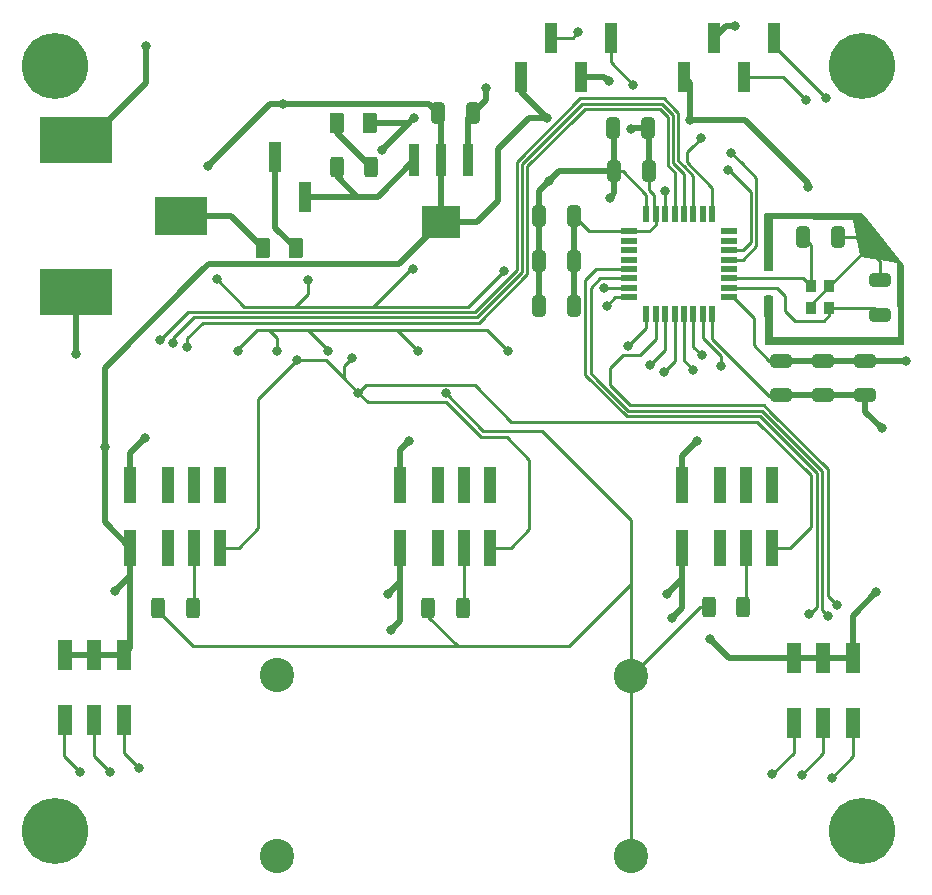
<source format=gbr>
%TF.GenerationSoftware,KiCad,Pcbnew,(6.0.7)*%
%TF.CreationDate,2023-04-05T20:56:44+02:00*%
%TF.ProjectId,rlc_meter,726c635f-6d65-4746-9572-2e6b69636164,rev?*%
%TF.SameCoordinates,Original*%
%TF.FileFunction,Copper,L1,Top*%
%TF.FilePolarity,Positive*%
%FSLAX46Y46*%
G04 Gerber Fmt 4.6, Leading zero omitted, Abs format (unit mm)*
G04 Created by KiCad (PCBNEW (6.0.7)) date 2023-04-05 20:56:44*
%MOMM*%
%LPD*%
G01*
G04 APERTURE LIST*
G04 Aperture macros list*
%AMRoundRect*
0 Rectangle with rounded corners*
0 $1 Rounding radius*
0 $2 $3 $4 $5 $6 $7 $8 $9 X,Y pos of 4 corners*
0 Add a 4 corners polygon primitive as box body*
4,1,4,$2,$3,$4,$5,$6,$7,$8,$9,$2,$3,0*
0 Add four circle primitives for the rounded corners*
1,1,$1+$1,$2,$3*
1,1,$1+$1,$4,$5*
1,1,$1+$1,$6,$7*
1,1,$1+$1,$8,$9*
0 Add four rect primitives between the rounded corners*
20,1,$1+$1,$2,$3,$4,$5,0*
20,1,$1+$1,$4,$5,$6,$7,0*
20,1,$1+$1,$6,$7,$8,$9,0*
20,1,$1+$1,$8,$9,$2,$3,0*%
G04 Aperture macros list end*
%TA.AperFunction,SMDPad,CuDef*%
%ADD10R,1.200000X2.500000*%
%TD*%
%TA.AperFunction,SMDPad,CuDef*%
%ADD11R,1.110000X3.100000*%
%TD*%
%TA.AperFunction,ComponentPad*%
%ADD12C,2.910000*%
%TD*%
%TA.AperFunction,SMDPad,CuDef*%
%ADD13R,4.400000X3.300000*%
%TD*%
%TA.AperFunction,SMDPad,CuDef*%
%ADD14R,6.200000X3.900000*%
%TD*%
%TA.AperFunction,SMDPad,CuDef*%
%ADD15R,0.950000X2.750000*%
%TD*%
%TA.AperFunction,SMDPad,CuDef*%
%ADD16R,3.250000X2.750000*%
%TD*%
%TA.AperFunction,SMDPad,CuDef*%
%ADD17R,1.475000X0.600000*%
%TD*%
%TA.AperFunction,SMDPad,CuDef*%
%ADD18R,0.600000X1.475000*%
%TD*%
%TA.AperFunction,ComponentPad*%
%ADD19C,5.600000*%
%TD*%
%TA.AperFunction,SMDPad,CuDef*%
%ADD20RoundRect,0.250000X-0.312500X-0.625000X0.312500X-0.625000X0.312500X0.625000X-0.312500X0.625000X0*%
%TD*%
%TA.AperFunction,SMDPad,CuDef*%
%ADD21RoundRect,0.250000X0.325000X0.650000X-0.325000X0.650000X-0.325000X-0.650000X0.325000X-0.650000X0*%
%TD*%
%TA.AperFunction,SMDPad,CuDef*%
%ADD22RoundRect,0.250000X0.312500X0.625000X-0.312500X0.625000X-0.312500X-0.625000X0.312500X-0.625000X0*%
%TD*%
%TA.AperFunction,SMDPad,CuDef*%
%ADD23RoundRect,0.250000X0.375000X0.625000X-0.375000X0.625000X-0.375000X-0.625000X0.375000X-0.625000X0*%
%TD*%
%TA.AperFunction,SMDPad,CuDef*%
%ADD24R,0.950000X1.000000*%
%TD*%
%TA.AperFunction,SMDPad,CuDef*%
%ADD25RoundRect,0.250000X-0.650000X0.325000X-0.650000X-0.325000X0.650000X-0.325000X0.650000X0.325000X0*%
%TD*%
%TA.AperFunction,SMDPad,CuDef*%
%ADD26R,1.000000X2.510000*%
%TD*%
%TA.AperFunction,SMDPad,CuDef*%
%ADD27RoundRect,0.250000X0.650000X-0.325000X0.650000X0.325000X-0.650000X0.325000X-0.650000X-0.325000X0*%
%TD*%
%TA.AperFunction,SMDPad,CuDef*%
%ADD28RoundRect,0.250000X-0.325000X-0.650000X0.325000X-0.650000X0.325000X0.650000X-0.325000X0.650000X0*%
%TD*%
%TA.AperFunction,SMDPad,CuDef*%
%ADD29RoundRect,0.250000X-0.375000X-0.625000X0.375000X-0.625000X0.375000X0.625000X-0.375000X0.625000X0*%
%TD*%
%TA.AperFunction,ViaPad*%
%ADD30C,0.800000*%
%TD*%
%TA.AperFunction,Conductor*%
%ADD31C,0.250000*%
%TD*%
%TA.AperFunction,Conductor*%
%ADD32C,0.500000*%
%TD*%
G04 APERTURE END LIST*
D10*
%TO.P,S102,1,1*%
%TO.N,/LCD_buttons/f1*%
X162600000Y-152864000D03*
%TO.P,S102,2,2*%
%TO.N,/LCD_buttons/f2*%
X165100000Y-152864000D03*
%TO.P,S102,3,3*%
%TO.N,/LCD_buttons/f3*%
X167600000Y-152864000D03*
%TO.P,S102,4,4*%
%TO.N,+3V3*%
X167600000Y-147364000D03*
%TO.P,S102,5,5*%
X165100000Y-147364000D03*
%TO.P,S102,6,6*%
X162600000Y-147364000D03*
%TD*%
%TO.P,S101,1,1*%
%TO.N,/LCD_buttons/R1_IN*%
X100878000Y-152610000D03*
%TO.P,S101,2,2*%
%TO.N,/LCD_buttons/R2_IN*%
X103378000Y-152610000D03*
%TO.P,S101,3,3*%
%TO.N,/LCD_buttons/R3_IN*%
X105878000Y-152610000D03*
%TO.P,S101,4,4*%
%TO.N,+3V3*%
X105878000Y-147110000D03*
%TO.P,S101,5,5*%
X103378000Y-147110000D03*
%TO.P,S101,6,6*%
X100878000Y-147110000D03*
%TD*%
D11*
%TO.P,K103,1,COIL+*%
%TO.N,+3V3*%
X106436000Y-138032000D03*
%TO.P,K103,2,NC_1*%
%TO.N,unconnected-(K103-Pad2)*%
X109636000Y-138032000D03*
%TO.P,K103,3,COM_1*%
%TO.N,Net-(K103-Pad3)*%
X111836000Y-138032000D03*
%TO.P,K103,4,NO_1*%
%TO.N,/Level shifter/V1*%
X114036000Y-138032000D03*
%TO.P,K103,5,NO_2*%
%TO.N,unconnected-(K103-Pad5)*%
X114036000Y-132732000D03*
%TO.P,K103,6,COM_2*%
%TO.N,unconnected-(K103-Pad6)*%
X111836000Y-132732000D03*
%TO.P,K103,7,NC_2*%
%TO.N,unconnected-(K103-Pad7)*%
X109636000Y-132732000D03*
%TO.P,K103,8,COIL-*%
%TO.N,Net-(D103-Pad2)*%
X106436000Y-132732000D03*
%TD*%
%TO.P,K102,1,COIL+*%
%TO.N,+3V3*%
X129296000Y-138032000D03*
%TO.P,K102,2,NC_1*%
%TO.N,unconnected-(K102-Pad2)*%
X132496000Y-138032000D03*
%TO.P,K102,3,COM_1*%
%TO.N,Net-(K102-Pad3)*%
X134696000Y-138032000D03*
%TO.P,K102,4,NO_1*%
%TO.N,/Level shifter/V1*%
X136896000Y-138032000D03*
%TO.P,K102,5,NO_2*%
%TO.N,unconnected-(K102-Pad5)*%
X136896000Y-132732000D03*
%TO.P,K102,6,COM_2*%
%TO.N,unconnected-(K102-Pad6)*%
X134696000Y-132732000D03*
%TO.P,K102,7,NC_2*%
%TO.N,unconnected-(K102-Pad7)*%
X132496000Y-132732000D03*
%TO.P,K102,8,COIL-*%
%TO.N,Net-(D102-Pad2)*%
X129296000Y-132732000D03*
%TD*%
%TO.P,K101,1,COIL+*%
%TO.N,+3V3*%
X153172000Y-138032000D03*
%TO.P,K101,2,NC_1*%
%TO.N,unconnected-(K101-Pad2)*%
X156372000Y-138032000D03*
%TO.P,K101,3,COM_1*%
%TO.N,Net-(K101-Pad3)*%
X158572000Y-138032000D03*
%TO.P,K101,4,NO_1*%
%TO.N,/Level shifter/V1*%
X160772000Y-138032000D03*
%TO.P,K101,5,NO_2*%
%TO.N,unconnected-(K101-Pad5)*%
X160772000Y-132732000D03*
%TO.P,K101,6,COM_2*%
%TO.N,unconnected-(K101-Pad6)*%
X158572000Y-132732000D03*
%TO.P,K101,7,NC_2*%
%TO.N,unconnected-(K101-Pad7)*%
X156372000Y-132732000D03*
%TO.P,K101,8,COIL-*%
%TO.N,Net-(D101-Pad2)*%
X153172000Y-132732000D03*
%TD*%
D12*
%TO.P,J105,1,1*%
%TO.N,/Level shifter/V2*%
X148844000Y-148884000D03*
%TO.P,J105,2,2*%
X148844000Y-164184000D03*
%TD*%
D13*
%TO.P,J103,1,1*%
%TO.N,Net-(F101-Pad1)*%
X110744000Y-109982000D03*
D14*
%TO.P,J103,2,2*%
%TO.N,GND*%
X101794000Y-103532000D03*
%TO.P,J103,3,3*%
X101794000Y-116432000D03*
%TD*%
D12*
%TO.P,J101,1,1*%
%TO.N,GND*%
X118872000Y-148844000D03*
%TO.P,J101,2,2*%
X118872000Y-164144000D03*
%TD*%
D15*
%TO.P,IC102,1,GND*%
%TO.N,GND*%
X135025000Y-105250000D03*
%TO.P,IC102,2,VOUT_1*%
%TO.N,+3V3*%
X132725000Y-105250000D03*
%TO.P,IC102,3,VIN*%
%TO.N,+BATT*%
X130425000Y-105250000D03*
D16*
%TO.P,IC102,4,VOUT_2*%
%TO.N,+3V3*%
X132725000Y-110450000D03*
%TD*%
D17*
%TO.P,IC101,1,VDD_1*%
%TO.N,+3V3*%
X157146000Y-116846000D03*
%TO.P,IC101,2,PF0-OSC_IN*%
%TO.N,OSC_IN*%
X157146000Y-116046000D03*
%TO.P,IC101,3,PF1-OSC_OUT*%
%TO.N,OSC_OUT*%
X157146000Y-115246000D03*
%TO.P,IC101,4,PG10-NRST*%
%TO.N,unconnected-(IC101-Pad4)*%
X157146000Y-114446000D03*
%TO.P,IC101,5,PA0*%
%TO.N,/Level shifter/V1_ADC*%
X157146000Y-113646000D03*
%TO.P,IC101,6,PA1*%
%TO.N,/Level shifter/V2_ADC*%
X157146000Y-112846000D03*
%TO.P,IC101,7,PA2*%
%TO.N,unconnected-(IC101-Pad7)*%
X157146000Y-112046000D03*
%TO.P,IC101,8,PA3*%
%TO.N,unconnected-(IC101-Pad8)*%
X157146000Y-111246000D03*
D18*
%TO.P,IC101,9,PA4*%
%TO.N,/Level shifter/DAC*%
X155708000Y-109808000D03*
%TO.P,IC101,10,PA5*%
%TO.N,TIM2_rezerwacja*%
X154908000Y-109808000D03*
%TO.P,IC101,11,PA6*%
%TO.N,/LCD_buttons/R1_IN*%
X154108000Y-109808000D03*
%TO.P,IC101,12,PA7*%
%TO.N,/LCD_buttons/R2_IN*%
X153308000Y-109808000D03*
%TO.P,IC101,13,PB0*%
%TO.N,/LCD_buttons/R3_IN*%
X152508000Y-109808000D03*
%TO.P,IC101,14,VSSA*%
%TO.N,GND*%
X151708000Y-109808000D03*
%TO.P,IC101,15,VDDA*%
%TO.N,+3V3*%
X150908000Y-109808000D03*
%TO.P,IC101,16,VSS_1*%
%TO.N,GND*%
X150108000Y-109808000D03*
D17*
%TO.P,IC101,17,VDD_2*%
%TO.N,+3V3*%
X148670000Y-111246000D03*
%TO.P,IC101,18,PA8*%
%TO.N,TIM1_rezerwacja*%
X148670000Y-112046000D03*
%TO.P,IC101,19,PA9*%
%TO.N,UART_TX*%
X148670000Y-112846000D03*
%TO.P,IC101,20,PA10*%
%TO.N,UART_RX*%
X148670000Y-113646000D03*
%TO.P,IC101,21,PA11*%
%TO.N,/LCD_buttons/f1*%
X148670000Y-114446000D03*
%TO.P,IC101,22,PA12*%
%TO.N,/LCD_buttons/f2*%
X148670000Y-115246000D03*
%TO.P,IC101,23,PA13*%
%TO.N,SWDIO*%
X148670000Y-116046000D03*
%TO.P,IC101,24,PA14*%
%TO.N,SWCLK*%
X148670000Y-116846000D03*
D18*
%TO.P,IC101,25,PA15*%
%TO.N,/LCD_buttons/SCL*%
X150108000Y-118284000D03*
%TO.P,IC101,26,PB3*%
%TO.N,/LCD_buttons/f3*%
X150908000Y-118284000D03*
%TO.P,IC101,27,PB4*%
%TO.N,/MCU/R2*%
X151708000Y-118284000D03*
%TO.P,IC101,28,PB5*%
%TO.N,/MCU/R3*%
X152508000Y-118284000D03*
%TO.P,IC101,29,PB6*%
%TO.N,/MCU/R1*%
X153308000Y-118284000D03*
%TO.P,IC101,30,PB7*%
%TO.N,/LCD_buttons/SDA*%
X154108000Y-118284000D03*
%TO.P,IC101,31,PB8-BOOT0*%
%TO.N,Net-(IC101-Pad31)*%
X154908000Y-118284000D03*
%TO.P,IC101,32,VSS_2*%
%TO.N,GND*%
X155708000Y-118284000D03*
%TD*%
D19*
%TO.P,,1*%
%TO.N,N/C*%
X100076000Y-162052000D03*
%TD*%
D20*
%TO.P,R110,1*%
%TO.N,/Level shifter/V2*%
X108787500Y-143150000D03*
%TO.P,R110,2*%
%TO.N,Net-(K103-Pad3)*%
X111712500Y-143150000D03*
%TD*%
D21*
%TO.P,C107,1*%
%TO.N,+3V3*%
X144018000Y-113792000D03*
%TO.P,C107,2*%
%TO.N,GND*%
X141068000Y-113792000D03*
%TD*%
D22*
%TO.P,R124,1*%
%TO.N,Net-(D104-Pad2)*%
X126812500Y-105775000D03*
%TO.P,R124,2*%
%TO.N,+BATT*%
X123887500Y-105775000D03*
%TD*%
D21*
%TO.P,C105,1*%
%TO.N,+3V3*%
X144018000Y-117602000D03*
%TO.P,C105,2*%
%TO.N,GND*%
X141068000Y-117602000D03*
%TD*%
D23*
%TO.P,D104,1,K*%
%TO.N,GND*%
X126725000Y-102100000D03*
%TO.P,D104,2,A*%
%TO.N,Net-(D104-Pad2)*%
X123925000Y-102100000D03*
%TD*%
D19*
%TO.P,REF\u002A\u002A,1*%
%TO.N,N/C*%
X168402000Y-162052000D03*
%TD*%
D24*
%TO.P,Y101,1,1*%
%TO.N,OSC_OUT*%
X164071000Y-115915000D03*
%TO.P,Y101,2,2*%
%TO.N,GND*%
X164071000Y-117765000D03*
%TO.P,Y101,3,3*%
%TO.N,OSC_IN*%
X165621000Y-117765000D03*
%TO.P,Y101,4,4*%
%TO.N,GND*%
X165621000Y-115915000D03*
%TD*%
D20*
%TO.P,R104,1*%
%TO.N,/Level shifter/V2*%
X155387500Y-143100000D03*
%TO.P,R104,2*%
%TO.N,Net-(K101-Pad3)*%
X158312500Y-143100000D03*
%TD*%
D25*
%TO.P,C102,1*%
%TO.N,+3V3*%
X165106000Y-122200000D03*
%TO.P,C102,2*%
%TO.N,GND*%
X165106000Y-125150000D03*
%TD*%
D26*
%TO.P,JP101,1,A*%
%TO.N,Net-(F101-Pad2)*%
X118680000Y-104995000D03*
%TO.P,JP101,2,B*%
%TO.N,+BATT*%
X121220000Y-108305000D03*
%TD*%
D25*
%TO.P,C101,1*%
%TO.N,+3V3*%
X168662000Y-122200000D03*
%TO.P,C101,2*%
%TO.N,GND*%
X168662000Y-125150000D03*
%TD*%
D21*
%TO.P,C108,1*%
%TO.N,+3V3*%
X144018000Y-109982000D03*
%TO.P,C108,2*%
%TO.N,GND*%
X141068000Y-109982000D03*
%TD*%
D27*
%TO.P,C106,1*%
%TO.N,OSC_IN*%
X169926000Y-118315000D03*
%TO.P,C106,2*%
%TO.N,GND*%
X169926000Y-115365000D03*
%TD*%
D19*
%TO.P,,1*%
%TO.N,N/C*%
X100076000Y-97282000D03*
%TD*%
D28*
%TO.P,C111,1*%
%TO.N,+3V3*%
X132475000Y-101225000D03*
%TO.P,C111,2*%
%TO.N,GND*%
X135425000Y-101225000D03*
%TD*%
D26*
%TO.P,J102,1,Pin_1*%
%TO.N,+3V3*%
X139490000Y-98155000D03*
%TO.P,J102,2,Pin_2*%
%TO.N,SWCLK*%
X142030000Y-94845000D03*
%TO.P,J102,3,Pin_3*%
%TO.N,GND*%
X144570000Y-98155000D03*
%TO.P,J102,4,Pin_4*%
%TO.N,SWDIO*%
X147110000Y-94845000D03*
%TD*%
D21*
%TO.P,C110,1*%
%TO.N,+3V3*%
X150350000Y-106150000D03*
%TO.P,C110,2*%
%TO.N,GND*%
X147400000Y-106150000D03*
%TD*%
%TO.P,C109,1*%
%TO.N,+3V3*%
X150250000Y-102500000D03*
%TO.P,C109,2*%
%TO.N,GND*%
X147300000Y-102500000D03*
%TD*%
D28*
%TO.P,C104,1*%
%TO.N,OSC_OUT*%
X163420000Y-111760000D03*
%TO.P,C104,2*%
%TO.N,GND*%
X166370000Y-111760000D03*
%TD*%
D19*
%TO.P,,1*%
%TO.N,N/C*%
X168402000Y-97282000D03*
%TD*%
D20*
%TO.P,R107,1*%
%TO.N,/Level shifter/V2*%
X131662500Y-143125000D03*
%TO.P,R107,2*%
%TO.N,Net-(K102-Pad3)*%
X134587500Y-143125000D03*
%TD*%
D29*
%TO.P,F101,1*%
%TO.N,Net-(F101-Pad1)*%
X117650000Y-112700000D03*
%TO.P,F101,2*%
%TO.N,Net-(F101-Pad2)*%
X120450000Y-112700000D03*
%TD*%
D25*
%TO.P,C103,1*%
%TO.N,+3V3*%
X161550000Y-122200000D03*
%TO.P,C103,2*%
%TO.N,GND*%
X161550000Y-125150000D03*
%TD*%
D26*
%TO.P,J104,1,Pin_1*%
%TO.N,+3V3*%
X153340000Y-98205000D03*
%TO.P,J104,2,Pin_2*%
%TO.N,GND*%
X155880000Y-94895000D03*
%TO.P,J104,3,Pin_3*%
%TO.N,/LCD_buttons/SDA*%
X158420000Y-98205000D03*
%TO.P,J104,4,Pin_4*%
%TO.N,/LCD_buttons/SCL*%
X160960000Y-94895000D03*
%TD*%
D30*
%TO.N,+3V3*%
X104250000Y-129475000D03*
X152250000Y-144025000D03*
X141700000Y-101675000D03*
X163825000Y-107475000D03*
X151892000Y-141986000D03*
X119350000Y-100450000D03*
X172075000Y-122200000D03*
X169575000Y-141825000D03*
X153800000Y-101825000D03*
X112975000Y-105725000D03*
X128270000Y-141986000D03*
X148850000Y-102600000D03*
X128475000Y-145025000D03*
X155525000Y-145800000D03*
X105156000Y-141732000D03*
%TO.N,GND*%
X168800000Y-112750000D03*
X130425000Y-101650000D03*
X101825000Y-121625000D03*
X146925000Y-98550000D03*
X127775000Y-104400000D03*
X107750000Y-95600000D03*
X170087500Y-127937500D03*
X157625000Y-93875000D03*
X136525000Y-99150000D03*
X141850000Y-107025000D03*
X151725000Y-107825000D03*
X147000000Y-108425000D03*
%TO.N,-5V*%
X138430000Y-121412000D03*
X123190000Y-121412000D03*
X130810000Y-121412000D03*
X115570000Y-121412000D03*
X118863000Y-121412000D03*
%TO.N,+5V*%
X130325000Y-114425000D03*
X121475000Y-115350000D03*
X113788500Y-115319500D03*
X138075000Y-114575000D03*
%TO.N,Net-(D101-Pad2)*%
X154432000Y-129032000D03*
%TO.N,/Level shifter/V1_ADC*%
X157300000Y-104600000D03*
%TO.N,/Level shifter/V2_ADC*%
X157025000Y-106075000D03*
%TO.N,/Level shifter/DAC*%
X154725000Y-103375000D03*
%TO.N,SWDIO*%
X146575000Y-116075000D03*
X149025000Y-98825000D03*
%TO.N,SWCLK*%
X146800000Y-117550000D03*
X144375000Y-94400000D03*
%TO.N,/MCU/R3*%
X151625000Y-123125000D03*
%TO.N,/MCU/R2*%
X150425000Y-122575000D03*
%TO.N,/MCU/R1*%
X154037500Y-122987500D03*
%TO.N,/Level shifter/V2*%
X133125000Y-124975000D03*
%TO.N,/LCD_buttons/SDA*%
X154800000Y-121750000D03*
X163625000Y-100175000D03*
%TO.N,/LCD_buttons/SCL*%
X165350000Y-99925000D03*
X148600000Y-120925000D03*
%TO.N,/Level shifter/V1*%
X125175000Y-122000000D03*
X120525000Y-122150000D03*
X125725000Y-124900000D03*
%TO.N,Net-(D102-Pad2)*%
X130048000Y-129032000D03*
%TO.N,Net-(D103-Pad2)*%
X107696000Y-128778000D03*
%TO.N,/LCD_buttons/R1_IN*%
X108900000Y-120450000D03*
X102148000Y-157012000D03*
%TO.N,/LCD_buttons/R2_IN*%
X110050000Y-120725000D03*
X104688000Y-157012000D03*
%TO.N,/LCD_buttons/R3_IN*%
X107188000Y-156718000D03*
X111200000Y-121075000D03*
%TO.N,/LCD_buttons/f1*%
X160782000Y-157226000D03*
X163925000Y-143650000D03*
%TO.N,/LCD_buttons/f2*%
X163282000Y-157266000D03*
X165500000Y-143825000D03*
%TO.N,/LCD_buttons/f3*%
X166225000Y-142900000D03*
X165822000Y-157520000D03*
%TO.N,Net-(IC101-Pad31)*%
X156425000Y-122675000D03*
%TD*%
D31*
%TO.N,OSC_IN*%
X161900000Y-118025000D02*
X162723500Y-118848500D01*
X161900000Y-116725000D02*
X161900000Y-118025000D01*
X165621000Y-118351000D02*
X165123500Y-118848500D01*
X162723500Y-118848500D02*
X165123500Y-118848500D01*
X161221000Y-116046000D02*
X161900000Y-116725000D01*
X157146000Y-116046000D02*
X161221000Y-116046000D01*
D32*
%TO.N,+3V3*%
X104250000Y-129475000D02*
X104250000Y-135846000D01*
X152275000Y-144025000D02*
X153172000Y-143128000D01*
X152250000Y-144025000D02*
X152275000Y-144025000D01*
D31*
X150357500Y-111246000D02*
X150908000Y-110695500D01*
X150733000Y-108137604D02*
X150733000Y-109633000D01*
D32*
X104250000Y-122850000D02*
X112625000Y-114475000D01*
D31*
X150733000Y-109633000D02*
X150908000Y-109808000D01*
D32*
X129296000Y-144204000D02*
X128475000Y-145025000D01*
D31*
X159200000Y-120895000D02*
X160528000Y-122223000D01*
D32*
X137550000Y-108700000D02*
X135800000Y-110450000D01*
D31*
X157486000Y-116846000D02*
X158720000Y-118080000D01*
X168687000Y-122225000D02*
X168662000Y-122200000D01*
D32*
X140175000Y-101675000D02*
X137550000Y-104300000D01*
D31*
X157146000Y-116846000D02*
X157486000Y-116846000D01*
D32*
X155525000Y-145800000D02*
X157089000Y-147364000D01*
X158450000Y-101825000D02*
X163825000Y-107200000D01*
X150250000Y-102500000D02*
X148950000Y-102500000D01*
X132725000Y-105250000D02*
X132725000Y-101475000D01*
X168662000Y-122200000D02*
X161550000Y-122200000D01*
D31*
X145282000Y-111246000D02*
X144018000Y-109982000D01*
D32*
X131700000Y-100450000D02*
X132475000Y-101225000D01*
X153172000Y-138032000D02*
X153172000Y-140706000D01*
X100878000Y-147110000D02*
X105878000Y-147110000D01*
X150350000Y-106150000D02*
X150350000Y-102600000D01*
X119350000Y-100450000D02*
X131700000Y-100450000D01*
X153172000Y-140706000D02*
X151892000Y-141986000D01*
X139490000Y-98155000D02*
X139490000Y-99465000D01*
X106436000Y-138032000D02*
X106436000Y-145514000D01*
D31*
X148670000Y-111246000D02*
X145282000Y-111246000D01*
X160528000Y-122223000D02*
X167640000Y-122223000D01*
X162600000Y-147364000D02*
X165100000Y-147364000D01*
D32*
X153172000Y-140706000D02*
X153172000Y-143128000D01*
X104250000Y-122850000D02*
X104250000Y-129475000D01*
X104250000Y-135846000D02*
X106436000Y-138032000D01*
X157089000Y-147364000D02*
X162600000Y-147364000D01*
X129296000Y-138032000D02*
X129296000Y-140960000D01*
X163825000Y-107200000D02*
X163825000Y-107475000D01*
X106436000Y-146552000D02*
X105878000Y-147110000D01*
X167600000Y-147364000D02*
X162600000Y-147364000D01*
X167600000Y-143800000D02*
X167600000Y-147364000D01*
D31*
X159200000Y-118560000D02*
X159200000Y-120895000D01*
D32*
X106436000Y-138032000D02*
X106436000Y-140452000D01*
X106436000Y-140452000D02*
X105156000Y-141732000D01*
X169575000Y-141825000D02*
X167600000Y-143800000D01*
X135800000Y-110450000D02*
X132725000Y-110450000D01*
X132725000Y-110450000D02*
X129150000Y-114025000D01*
X153800000Y-98665000D02*
X153340000Y-98205000D01*
X113075000Y-114025000D02*
X112625000Y-114475000D01*
X129296000Y-140960000D02*
X128270000Y-141986000D01*
X141700000Y-101675000D02*
X140175000Y-101675000D01*
X172050000Y-122225000D02*
X172075000Y-122200000D01*
X132725000Y-105250000D02*
X132725000Y-110450000D01*
X129150000Y-114025000D02*
X113075000Y-114025000D01*
D31*
X150350000Y-107675000D02*
X150310198Y-107714802D01*
D32*
X106436000Y-145514000D02*
X106436000Y-146552000D01*
X153800000Y-101825000D02*
X153800000Y-98665000D01*
D31*
X150310198Y-107714802D02*
X150733000Y-108137604D01*
X150908000Y-110695500D02*
X150908000Y-109808000D01*
X148670000Y-111246000D02*
X150357500Y-111246000D01*
D32*
X118250000Y-100450000D02*
X119350000Y-100450000D01*
X139490000Y-99465000D02*
X141700000Y-101675000D01*
D31*
X158720000Y-118080000D02*
X159200000Y-118560000D01*
D32*
X144018000Y-109982000D02*
X144018000Y-117602000D01*
X129296000Y-140960000D02*
X129296000Y-144204000D01*
D31*
X150350000Y-106150000D02*
X150350000Y-107675000D01*
X132725000Y-101475000D02*
X132475000Y-101225000D01*
X150350000Y-102600000D02*
X150250000Y-102500000D01*
D32*
X137550000Y-104300000D02*
X137550000Y-108700000D01*
X168687000Y-122225000D02*
X172050000Y-122225000D01*
X112975000Y-105725000D02*
X118250000Y-100450000D01*
X153800000Y-101825000D02*
X158450000Y-101825000D01*
%TO.N,GND*%
X141850000Y-107025000D02*
X142725000Y-106150000D01*
X141068000Y-109982000D02*
X141068000Y-107807000D01*
X127375000Y-102100000D02*
X127950000Y-102100000D01*
X101794000Y-116432000D02*
X101794000Y-121594000D01*
X142725000Y-106150000D02*
X147400000Y-106150000D01*
X107750000Y-98726000D02*
X107750000Y-95600000D01*
D31*
X148131000Y-106172000D02*
X147422000Y-106172000D01*
D32*
X127950000Y-102100000D02*
X129975000Y-102100000D01*
D31*
X168656000Y-112880000D02*
X168656000Y-112522000D01*
D32*
X141068000Y-109982000D02*
X141068000Y-117602000D01*
X168662000Y-125150000D02*
X161550000Y-125150000D01*
D31*
X169926000Y-113792000D02*
X169926000Y-115365000D01*
D32*
X156900000Y-93875000D02*
X157625000Y-93875000D01*
D31*
X150108000Y-108149000D02*
X148131000Y-106172000D01*
X155708000Y-120353000D02*
X160528000Y-125173000D01*
X135025000Y-101625000D02*
X135425000Y-101225000D01*
D32*
X135425000Y-101225000D02*
X136525000Y-100125000D01*
D31*
X150108000Y-109808000D02*
X150108000Y-108149000D01*
X164071000Y-117765000D02*
X164071000Y-117465000D01*
D32*
X102944000Y-103532000D02*
X107750000Y-98726000D01*
D31*
X101794000Y-121594000D02*
X101825000Y-121625000D01*
X167894000Y-111760000D02*
X168656000Y-112522000D01*
X151708000Y-109808000D02*
X151708000Y-107842000D01*
D32*
X127375000Y-102100000D02*
X129975000Y-102100000D01*
D31*
X164071000Y-117465000D02*
X165621000Y-115915000D01*
D32*
X144570000Y-98155000D02*
X146505000Y-98155000D01*
X155880000Y-94895000D02*
X156900000Y-93875000D01*
X168662000Y-126512000D02*
X170087500Y-127937500D01*
X129975000Y-102100000D02*
X130425000Y-101650000D01*
X147400000Y-106150000D02*
X147400000Y-107275000D01*
D31*
X147422000Y-106172000D02*
X147400000Y-106150000D01*
D32*
X147400000Y-108025000D02*
X147000000Y-108425000D01*
D31*
X151708000Y-107842000D02*
X151725000Y-107825000D01*
D32*
X168662000Y-125150000D02*
X168662000Y-126512000D01*
X126725000Y-102100000D02*
X127375000Y-102100000D01*
X147400000Y-106150000D02*
X147400000Y-102600000D01*
X141068000Y-107807000D02*
X141850000Y-107025000D01*
X147400000Y-107275000D02*
X147400000Y-108025000D01*
D31*
X130150000Y-102025000D02*
X130150000Y-102000000D01*
D32*
X136525000Y-100125000D02*
X136525000Y-99150000D01*
D31*
X166370000Y-111760000D02*
X167894000Y-111760000D01*
D32*
X127775000Y-104400000D02*
X130150000Y-102025000D01*
D31*
X168656000Y-112522000D02*
X169926000Y-113792000D01*
D32*
X146505000Y-98155000D02*
X146850000Y-98500000D01*
D31*
X101794000Y-103532000D02*
X102944000Y-103532000D01*
X160528000Y-125173000D02*
X167640000Y-125173000D01*
X147400000Y-102600000D02*
X147300000Y-102500000D01*
D32*
X135025000Y-105250000D02*
X135025000Y-101625000D01*
D31*
X155708000Y-118284000D02*
X155708000Y-120353000D01*
X165621000Y-115915000D02*
X168656000Y-112880000D01*
%TO.N,OSC_IN*%
X169376000Y-117765000D02*
X165621000Y-117765000D01*
X165621000Y-117765000D02*
X165621000Y-118351000D01*
X169926000Y-118315000D02*
X169376000Y-117765000D01*
%TO.N,OSC_OUT*%
X164071000Y-115915000D02*
X164071000Y-112411000D01*
X164071000Y-112411000D02*
X163420000Y-111760000D01*
X163402000Y-115246000D02*
X157146000Y-115246000D01*
X164071000Y-115915000D02*
X163402000Y-115246000D01*
%TO.N,-5V*%
X118175000Y-119625000D02*
X117925000Y-119625000D01*
X123190000Y-121315000D02*
X121500000Y-119625000D01*
X115570000Y-121205000D02*
X117150000Y-119625000D01*
X117925000Y-119625000D02*
X121500000Y-119625000D01*
X115570000Y-121412000D02*
X115570000Y-121205000D01*
X118875000Y-121400000D02*
X118875000Y-120325000D01*
X118875000Y-120325000D02*
X118175000Y-119625000D01*
X129023000Y-119625000D02*
X130810000Y-121412000D01*
X121500000Y-119625000D02*
X127375000Y-119625000D01*
X127375000Y-119625000D02*
X129023000Y-119625000D01*
X127375000Y-119625000D02*
X136643000Y-119625000D01*
X136643000Y-119625000D02*
X138430000Y-121412000D01*
X117150000Y-119625000D02*
X117925000Y-119625000D01*
X118863000Y-121412000D02*
X118875000Y-121400000D01*
%TO.N,+5V*%
X120375000Y-117625000D02*
X121475000Y-116525000D01*
X126723000Y-117625000D02*
X126975000Y-117625000D01*
X135025000Y-117625000D02*
X138075000Y-114575000D01*
X113788500Y-115319500D02*
X116094000Y-117625000D01*
X121475000Y-116525000D02*
X121475000Y-115350000D01*
X126975000Y-117625000D02*
X135025000Y-117625000D01*
X126975000Y-117625000D02*
X130175000Y-114425000D01*
X120375000Y-117625000D02*
X126723000Y-117625000D01*
X130175000Y-114425000D02*
X130325000Y-114425000D01*
X116094000Y-117625000D02*
X120375000Y-117625000D01*
D32*
%TO.N,Net-(D101-Pad2)*%
X153172000Y-132732000D02*
X153172000Y-130292000D01*
X153172000Y-130292000D02*
X154432000Y-129032000D01*
D31*
%TO.N,/Level shifter/V1_ADC*%
X159425000Y-112500000D02*
X158279000Y-113646000D01*
X159425000Y-106725000D02*
X158200000Y-105500000D01*
X158200000Y-105500000D02*
X157300000Y-104600000D01*
X158279000Y-113646000D02*
X157146000Y-113646000D01*
X159425000Y-107200000D02*
X159425000Y-106725000D01*
X159425000Y-106925000D02*
X159425000Y-107200000D01*
X159425000Y-107200000D02*
X159425000Y-112500000D01*
%TO.N,/Level shifter/V2_ADC*%
X157025000Y-106075000D02*
X157100000Y-106075000D01*
X158975000Y-107950000D02*
X158975000Y-112150000D01*
X158975000Y-112150000D02*
X158279000Y-112846000D01*
X158279000Y-112846000D02*
X157146000Y-112846000D01*
X157100000Y-106075000D02*
X158975000Y-107950000D01*
%TO.N,/Level shifter/DAC*%
X155708000Y-107558000D02*
X153550000Y-105400000D01*
X154725000Y-103400000D02*
X154725000Y-103375000D01*
X153975000Y-104150000D02*
X154725000Y-103400000D01*
X155708000Y-109808000D02*
X155708000Y-107558000D01*
X153550000Y-104575000D02*
X153975000Y-104150000D01*
X153550000Y-105400000D02*
X153550000Y-104575000D01*
%TO.N,SWDIO*%
X147110000Y-94845000D02*
X147110000Y-96910000D01*
X148670000Y-116046000D02*
X146629000Y-116046000D01*
X147110000Y-96910000D02*
X149025000Y-98825000D01*
%TO.N,SWCLK*%
X148670000Y-116846000D02*
X147504000Y-116846000D01*
X142030000Y-94845000D02*
X143930000Y-94845000D01*
X143930000Y-94845000D02*
X144375000Y-94400000D01*
X147504000Y-116846000D02*
X146800000Y-117550000D01*
%TO.N,/MCU/R3*%
X152508000Y-122242000D02*
X151625000Y-123125000D01*
X152508000Y-118284000D02*
X152508000Y-122242000D01*
%TO.N,/MCU/R2*%
X151708000Y-118284000D02*
X151708000Y-121292000D01*
X151708000Y-121292000D02*
X150425000Y-122575000D01*
%TO.N,/MCU/R1*%
X153308000Y-118284000D02*
X153308000Y-122008000D01*
X153308000Y-118284000D02*
X153308000Y-122183000D01*
X153308000Y-122183000D02*
X154025000Y-122900000D01*
D32*
%TO.N,+BATT*%
X123887500Y-105775000D02*
X123887500Y-106597500D01*
X121220000Y-108305000D02*
X125595000Y-108305000D01*
X127370000Y-108305000D02*
X130425000Y-105250000D01*
X123887500Y-106597500D02*
X125595000Y-108305000D01*
X125595000Y-108305000D02*
X127370000Y-108305000D01*
D31*
%TO.N,/Level shifter/V2*%
X155387500Y-143100000D02*
X154628000Y-143100000D01*
X148844000Y-141081000D02*
X148844000Y-148884000D01*
X108787500Y-143150000D02*
X108787500Y-143412500D01*
X111700000Y-146325000D02*
X128675000Y-146325000D01*
X148844000Y-135719000D02*
X148844000Y-141081000D01*
X108787500Y-143412500D02*
X111700000Y-146325000D01*
X133125000Y-124975000D02*
X136325000Y-128175000D01*
X148844000Y-148884000D02*
X148844000Y-164184000D01*
X134082000Y-146325000D02*
X134141000Y-146384000D01*
X148844000Y-141081000D02*
X143600000Y-146325000D01*
X133750000Y-146325000D02*
X134082000Y-146325000D01*
X128675000Y-146325000D02*
X133750000Y-146325000D01*
X131662500Y-143125000D02*
X131662500Y-143905500D01*
X141300000Y-128175000D02*
X148844000Y-135719000D01*
X154628000Y-143100000D02*
X148844000Y-148884000D01*
X133750000Y-146325000D02*
X143225000Y-146325000D01*
X131662500Y-143905500D02*
X134141000Y-146384000D01*
X136325000Y-128175000D02*
X141300000Y-128175000D01*
X143600000Y-146325000D02*
X143225000Y-146325000D01*
%TO.N,/LCD_buttons/SDA*%
X158420000Y-98205000D02*
X161655000Y-98205000D01*
X154108000Y-118284000D02*
X154108000Y-121058000D01*
X154108000Y-121058000D02*
X154800000Y-121750000D01*
X161655000Y-98205000D02*
X163625000Y-100175000D01*
%TO.N,/LCD_buttons/SCL*%
X148600000Y-120925000D02*
X150108000Y-119417000D01*
X150108000Y-119417000D02*
X150108000Y-118284000D01*
X160960000Y-95535000D02*
X165350000Y-99925000D01*
X160960000Y-94895000D02*
X160960000Y-95535000D01*
%TO.N,Net-(K101-Pad3)*%
X158572000Y-142840500D02*
X158572000Y-138032000D01*
X158312500Y-143100000D02*
X158572000Y-142840500D01*
%TO.N,/Level shifter/V1*%
X135575000Y-124250000D02*
X126375000Y-124250000D01*
X122975000Y-122150000D02*
X124487500Y-123662500D01*
X164050000Y-136275000D02*
X164050000Y-131900000D01*
X124487500Y-122687500D02*
X124487500Y-123662500D01*
X126525000Y-125700000D02*
X133175000Y-125700000D01*
X117275000Y-133675000D02*
X117200000Y-133600000D01*
X162293000Y-138032000D02*
X164050000Y-136275000D01*
X125175000Y-122000000D02*
X124487500Y-122687500D01*
X115593000Y-138032000D02*
X117275000Y-136350000D01*
X138700000Y-127375000D02*
X135575000Y-124250000D01*
X133175000Y-125700000D02*
X136150000Y-128675000D01*
X140200000Y-136475000D02*
X140200000Y-130575000D01*
X114036000Y-138032000D02*
X115593000Y-138032000D01*
X159525000Y-127375000D02*
X138700000Y-127375000D01*
X164050000Y-131900000D02*
X159525000Y-127375000D01*
X138643000Y-138032000D02*
X140200000Y-136475000D01*
X124487500Y-123662500D02*
X125725000Y-124900000D01*
X117200000Y-133600000D02*
X117200000Y-125475000D01*
X160772000Y-138032000D02*
X162293000Y-138032000D01*
X120525000Y-122150000D02*
X122975000Y-122150000D01*
X136150000Y-128675000D02*
X138300000Y-128675000D01*
X117275000Y-136350000D02*
X117275000Y-133675000D01*
X117200000Y-125475000D02*
X120525000Y-122150000D01*
X140200000Y-130575000D02*
X138300000Y-128675000D01*
X126375000Y-124250000D02*
X125725000Y-124900000D01*
X125725000Y-124900000D02*
X126525000Y-125700000D01*
X136896000Y-138032000D02*
X138643000Y-138032000D01*
%TO.N,Net-(K102-Pad3)*%
X134587500Y-143125000D02*
X134696000Y-143016500D01*
X134696000Y-143016500D02*
X134696000Y-138032000D01*
%TO.N,Net-(K103-Pad3)*%
X111836000Y-143026500D02*
X111836000Y-138032000D01*
X111712500Y-143150000D02*
X111836000Y-143026500D01*
D32*
%TO.N,Net-(D102-Pad2)*%
X129296000Y-132732000D02*
X129296000Y-129784000D01*
X129296000Y-129784000D02*
X130048000Y-129032000D01*
%TO.N,Net-(D103-Pad2)*%
X106436000Y-132732000D02*
X106436000Y-130038000D01*
X106436000Y-130038000D02*
X107696000Y-128778000D01*
D31*
%TO.N,/LCD_buttons/R1_IN*%
X144800000Y-100000000D02*
X144527208Y-100000000D01*
X111275000Y-118075000D02*
X108900000Y-120450000D01*
X144527208Y-100000000D02*
X139150000Y-105377208D01*
X153275000Y-105761396D02*
X152825000Y-105311396D01*
X149338604Y-100000000D02*
X146250000Y-100000000D01*
X131725000Y-118075000D02*
X111275000Y-118075000D01*
X135600305Y-118075000D02*
X134350000Y-118075000D01*
X152825000Y-101202208D02*
X152561396Y-100938604D01*
X151622792Y-100000000D02*
X151350000Y-100000000D01*
X134350000Y-118075000D02*
X131725000Y-118075000D01*
X100838000Y-152904000D02*
X100838000Y-155702000D01*
X152825000Y-103550000D02*
X152825000Y-101202208D01*
X139150000Y-105377208D02*
X139150000Y-108175000D01*
X154108000Y-106594396D02*
X153275000Y-105761396D01*
X151350000Y-100000000D02*
X149338604Y-100000000D01*
X154108000Y-109808000D02*
X154108000Y-106594396D01*
X139150000Y-114525305D02*
X135600305Y-118075000D01*
X139150000Y-108175000D02*
X139150000Y-114350000D01*
X146250000Y-100000000D02*
X144800000Y-100000000D01*
X152561396Y-100938604D02*
X151622792Y-100000000D01*
X100838000Y-155702000D02*
X102148000Y-157012000D01*
X152825000Y-105311396D02*
X152825000Y-103550000D01*
X139150000Y-114350000D02*
X139150000Y-114525305D01*
%TO.N,/LCD_buttons/R2_IN*%
X144713604Y-100450000D02*
X143019302Y-102144302D01*
X139600000Y-105936396D02*
X139600000Y-114550000D01*
X139600000Y-114711701D02*
X135786701Y-118525000D01*
X153308000Y-106430792D02*
X152638604Y-105761396D01*
X139600000Y-105563604D02*
X139600000Y-105936396D01*
X152375000Y-101388604D02*
X151436396Y-100450000D01*
X103378000Y-155702000D02*
X104688000Y-157012000D01*
X139600000Y-114550000D02*
X139600000Y-114711701D01*
X152375000Y-105497792D02*
X152375000Y-105125000D01*
X111800000Y-118525000D02*
X110050000Y-120275000D01*
X152375000Y-103500000D02*
X152375000Y-101388604D01*
X103378000Y-152904000D02*
X103378000Y-155702000D01*
X134750000Y-118525000D02*
X111800000Y-118525000D01*
X135786701Y-118525000D02*
X134750000Y-118525000D01*
X110050000Y-120275000D02*
X110050000Y-120725000D01*
X146325000Y-100450000D02*
X146088604Y-100450000D01*
X153308000Y-109808000D02*
X153308000Y-106430792D01*
X150850000Y-100450000D02*
X149525000Y-100450000D01*
X151436396Y-100450000D02*
X150850000Y-100450000D01*
X149525000Y-100450000D02*
X146325000Y-100450000D01*
X146088604Y-100450000D02*
X144713604Y-100450000D01*
X143019302Y-102144302D02*
X139600000Y-105563604D01*
X152638604Y-105761396D02*
X152375000Y-105497792D01*
X152375000Y-105125000D02*
X152375000Y-103500000D01*
%TO.N,/LCD_buttons/R3_IN*%
X151925000Y-103650000D02*
X151925000Y-101575000D01*
X151925000Y-105525000D02*
X151925000Y-103650000D01*
X151250000Y-100900000D02*
X146575000Y-100900000D01*
X140050000Y-105750000D02*
X140050000Y-111225000D01*
X135973097Y-118975000D02*
X135650000Y-118975000D01*
X111200000Y-120325000D02*
X111200000Y-121075000D01*
X133525000Y-118975000D02*
X112550000Y-118975000D01*
X140050000Y-111225000D02*
X140050000Y-114625000D01*
X112550000Y-118975000D02*
X111200000Y-120325000D01*
X140050000Y-114898097D02*
X135973097Y-118975000D01*
X140050000Y-114625000D02*
X140050000Y-114898097D01*
X135650000Y-118975000D02*
X133525000Y-118975000D01*
X144250000Y-101550000D02*
X140050000Y-105750000D01*
X152508000Y-109808000D02*
X152508000Y-106267188D01*
X146575000Y-100900000D02*
X144900000Y-100900000D01*
X105878000Y-155408000D02*
X107188000Y-156718000D01*
X105878000Y-152610000D02*
X105878000Y-155408000D01*
X151925000Y-101575000D02*
X151250000Y-100900000D01*
X152508000Y-106267188D02*
X151925000Y-105684188D01*
X151925000Y-105684188D02*
X151925000Y-105525000D01*
X144900000Y-100900000D02*
X144250000Y-101550000D01*
%TO.N,/LCD_buttons/f1*%
X164575000Y-143025000D02*
X163950000Y-143650000D01*
X148450000Y-126925000D02*
X148525000Y-126925000D01*
X163950000Y-143650000D02*
X163925000Y-143650000D01*
X148670000Y-114446000D02*
X146496000Y-114446000D01*
X144950000Y-119175000D02*
X144950000Y-123425000D01*
X162600000Y-152864000D02*
X162600000Y-155408000D01*
X162600000Y-155408000D02*
X160782000Y-157226000D01*
X159750000Y-126925000D02*
X164575000Y-131750000D01*
X145854000Y-114446000D02*
X145125000Y-115175000D01*
X148525000Y-126925000D02*
X152425000Y-126925000D01*
X144950000Y-123425000D02*
X148450000Y-126925000D01*
X146496000Y-114446000D02*
X145854000Y-114446000D01*
X145125000Y-115175000D02*
X144950000Y-115350000D01*
X144950000Y-115350000D02*
X144950000Y-119175000D01*
X152425000Y-126925000D02*
X159750000Y-126925000D01*
X164575000Y-131750000D02*
X164575000Y-143025000D01*
%TO.N,/LCD_buttons/f2*%
X165025000Y-142650000D02*
X165025000Y-143350000D01*
X148670000Y-115246000D02*
X146179000Y-115246000D01*
X165025000Y-131563604D02*
X165025000Y-131936396D01*
X145400000Y-116300000D02*
X145400000Y-123238604D01*
X161343198Y-127881802D02*
X165025000Y-131563604D01*
X146179000Y-115246000D02*
X145400000Y-116025000D01*
X165025000Y-131936396D02*
X165025000Y-142650000D01*
X145400000Y-116025000D02*
X145400000Y-116300000D01*
X165100000Y-152904000D02*
X165100000Y-155448000D01*
X148586396Y-126425000D02*
X159886396Y-126425000D01*
X165100000Y-155448000D02*
X163282000Y-157266000D01*
X145400000Y-123238604D02*
X146055698Y-123894302D01*
X165025000Y-143350000D02*
X165500000Y-143825000D01*
X146055698Y-123894302D02*
X148586396Y-126425000D01*
X159886396Y-126425000D02*
X161343198Y-127881802D01*
%TO.N,/LCD_buttons/f3*%
X150908000Y-118284000D02*
X150908000Y-119717000D01*
X150908000Y-119717000D02*
X150908000Y-120292000D01*
X150908000Y-119717000D02*
X150908000Y-120342000D01*
X150908000Y-120342000D02*
X150750000Y-120500000D01*
X149550000Y-121700000D02*
X148175000Y-121700000D01*
X160072792Y-125975000D02*
X160698896Y-126601104D01*
X159541827Y-125975000D02*
X160072792Y-125975000D01*
X165475000Y-141625000D02*
X165475000Y-142150000D01*
X147050000Y-124252208D02*
X147061396Y-124263604D01*
X160698896Y-126601104D02*
X165475000Y-131377208D01*
X150750000Y-120500000D02*
X149550000Y-121700000D01*
X165475000Y-142150000D02*
X166225000Y-142900000D01*
X167640000Y-155702000D02*
X165822000Y-157520000D01*
X147061396Y-124263604D02*
X148761396Y-125963604D01*
X148175000Y-121700000D02*
X147050000Y-122825000D01*
X148761396Y-125963604D02*
X148772792Y-125975000D01*
X147050000Y-122825000D02*
X147050000Y-124252208D01*
X165475000Y-131377208D02*
X165475000Y-141625000D01*
X167640000Y-153158000D02*
X167640000Y-155702000D01*
X148772792Y-125975000D02*
X159541827Y-125975000D01*
%TO.N,Net-(IC101-Pad31)*%
X156175000Y-121525000D02*
X156425000Y-121775000D01*
X154908000Y-118284000D02*
X154908000Y-120258000D01*
X154908000Y-120258000D02*
X156175000Y-121525000D01*
X156425000Y-121775000D02*
X156425000Y-122675000D01*
D32*
%TO.N,Net-(F101-Pad1)*%
X110744000Y-109982000D02*
X114582000Y-109982000D01*
X114582000Y-109982000D02*
X114932000Y-109982000D01*
X114932000Y-109982000D02*
X117650000Y-112700000D01*
D31*
%TO.N,Net-(D104-Pad2)*%
X123925000Y-102100000D02*
X123925000Y-102887500D01*
D32*
X123925000Y-102887500D02*
X126812500Y-105775000D01*
%TO.N,Net-(F101-Pad2)*%
X118680000Y-110930000D02*
X118680000Y-104995000D01*
X120450000Y-112700000D02*
X118680000Y-110930000D01*
%TD*%
%TA.AperFunction,Conductor*%
%TO.N,GND*%
G36*
X168381390Y-109695833D02*
G01*
X168411956Y-109723118D01*
X168865175Y-110285022D01*
X171873371Y-114014601D01*
X171900569Y-114080181D01*
X171901289Y-114092320D01*
X171974406Y-120745940D01*
X171955154Y-120814277D01*
X171902013Y-120861357D01*
X171848125Y-120873325D01*
X168845152Y-120866432D01*
X160260513Y-120846725D01*
X160192438Y-120826566D01*
X160146069Y-120772804D01*
X160134810Y-120722167D01*
X160128526Y-120172938D01*
X160090013Y-116806940D01*
X160109235Y-116738596D01*
X160162355Y-116691493D01*
X160216005Y-116679500D01*
X160715711Y-116679500D01*
X160783832Y-116699502D01*
X160830325Y-116753158D01*
X160841711Y-116805238D01*
X160848668Y-120174476D01*
X160862004Y-120174537D01*
X162543484Y-120182224D01*
X171436910Y-120222880D01*
X171375289Y-115048682D01*
X171362085Y-113939931D01*
X171362085Y-113939930D01*
X171361869Y-113921814D01*
X170918185Y-113851544D01*
X168312584Y-113438871D01*
X168248431Y-113408459D01*
X168210903Y-113348191D01*
X168208496Y-113337873D01*
X167632883Y-110299164D01*
X167629511Y-110281363D01*
X160828138Y-110232182D01*
X160832279Y-112237596D01*
X160836922Y-114486240D01*
X160817060Y-114554402D01*
X160763501Y-114601005D01*
X160710922Y-114612500D01*
X160189472Y-114612500D01*
X160121351Y-114592498D01*
X160074858Y-114538842D01*
X160063480Y-114487942D01*
X160058065Y-114014601D01*
X160042586Y-112661749D01*
X160044129Y-112640596D01*
X160045098Y-112634478D01*
X160047505Y-112622856D01*
X160056528Y-112587711D01*
X160056528Y-112587710D01*
X160058500Y-112580030D01*
X160058500Y-112559776D01*
X160060051Y-112540065D01*
X160061980Y-112527886D01*
X160063220Y-112520057D01*
X160059059Y-112476038D01*
X160058500Y-112464181D01*
X160058500Y-109849214D01*
X160078502Y-109781093D01*
X160132158Y-109734600D01*
X160183772Y-109723216D01*
X168313155Y-109676225D01*
X168381390Y-109695833D01*
G37*
%TD.AperFunction*%
%TD*%
M02*

</source>
